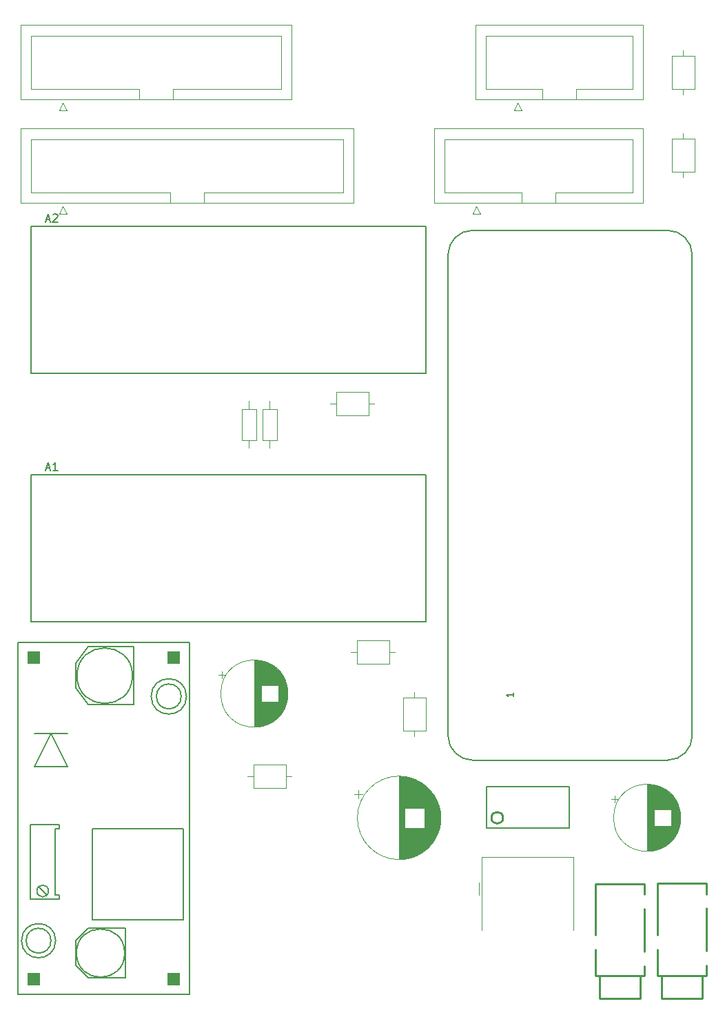
<source format=gbr>
%TF.GenerationSoftware,KiCad,Pcbnew,9.0.7*%
%TF.CreationDate,2026-02-23T13:49:48-08:00*%
%TF.ProjectId,phonev4,70686f6e-6576-4342-9e6b-696361645f70,rev?*%
%TF.SameCoordinates,Original*%
%TF.FileFunction,Legend,Top*%
%TF.FilePolarity,Positive*%
%FSLAX46Y46*%
G04 Gerber Fmt 4.6, Leading zero omitted, Abs format (unit mm)*
G04 Created by KiCad (PCBNEW 9.0.7) date 2026-02-23 13:49:48*
%MOMM*%
%LPD*%
G01*
G04 APERTURE LIST*
%ADD10C,0.150000*%
%ADD11C,0.203200*%
%ADD12C,0.254000*%
%ADD13C,0.120000*%
%ADD14C,0.127000*%
%ADD15R,1.524000X1.524000*%
G04 APERTURE END LIST*
D10*
X174674428Y-78643892D02*
X174674428Y-79101507D01*
X174674428Y-78872699D02*
X173873601Y-78872699D01*
X173873601Y-78872699D02*
X173988005Y-78948969D01*
X173988005Y-78948969D02*
X174064274Y-79025238D01*
X174064274Y-79025238D02*
X174102409Y-79101507D01*
X117285714Y-51079104D02*
X117761904Y-51079104D01*
X117190476Y-51364819D02*
X117523809Y-50364819D01*
X117523809Y-50364819D02*
X117857142Y-51364819D01*
X118714285Y-51364819D02*
X118142857Y-51364819D01*
X118428571Y-51364819D02*
X118428571Y-50364819D01*
X118428571Y-50364819D02*
X118333333Y-50507676D01*
X118333333Y-50507676D02*
X118238095Y-50602914D01*
X118238095Y-50602914D02*
X118142857Y-50650533D01*
X117285714Y-20599104D02*
X117761904Y-20599104D01*
X117190476Y-20884819D02*
X117523809Y-19884819D01*
X117523809Y-19884819D02*
X117857142Y-20884819D01*
X118142857Y-19980057D02*
X118190476Y-19932438D01*
X118190476Y-19932438D02*
X118285714Y-19884819D01*
X118285714Y-19884819D02*
X118523809Y-19884819D01*
X118523809Y-19884819D02*
X118619047Y-19932438D01*
X118619047Y-19932438D02*
X118666666Y-19980057D01*
X118666666Y-19980057D02*
X118714285Y-20075295D01*
X118714285Y-20075295D02*
X118714285Y-20170533D01*
X118714285Y-20170533D02*
X118666666Y-20313390D01*
X118666666Y-20313390D02*
X118095238Y-20884819D01*
X118095238Y-20884819D02*
X118714285Y-20884819D01*
D11*
%TO.C,U2*%
X171450000Y-90170000D02*
X171450000Y-94234000D01*
X171450000Y-90170000D02*
X181610000Y-90170000D01*
X171450000Y-94234000D02*
X171450000Y-93726000D01*
X171450000Y-95250000D02*
X171450000Y-94234000D01*
X171450000Y-95250000D02*
X181610000Y-95250000D01*
X181610000Y-90170000D02*
X181610000Y-95250000D01*
D12*
X173438400Y-93980000D02*
G75*
G02*
X172001600Y-93980000I-718400J0D01*
G01*
X172001600Y-93980000D02*
G75*
G02*
X173438400Y-93980000I718400J0D01*
G01*
D13*
%TO.C,J3*%
X118880000Y-19920000D02*
X119880000Y-19920000D01*
X119880000Y-19920000D02*
X119380000Y-18920000D01*
X119380000Y-18920000D02*
X118880000Y-19920000D01*
X114170000Y-18530000D02*
X114170000Y-9410000D01*
X132570000Y-18530000D02*
X132570000Y-17220000D01*
X155070000Y-18530000D02*
X114170000Y-18530000D01*
X115470000Y-17220000D02*
X115470000Y-10720000D01*
X132570000Y-17220000D02*
X115470000Y-17220000D01*
X136670000Y-17220000D02*
X136670000Y-18530000D01*
X136670000Y-17220000D02*
X136670000Y-17220000D01*
X153770000Y-17220000D02*
X136670000Y-17220000D01*
X115470000Y-10720000D02*
X153770000Y-10720000D01*
X153770000Y-10720000D02*
X153770000Y-17220000D01*
X114170000Y-9410000D02*
X155070000Y-9410000D01*
X155070000Y-9410000D02*
X155070000Y-18530000D01*
%TO.C,J1*%
X174760000Y-7220000D02*
X175760000Y-7220000D01*
X175760000Y-7220000D02*
X175260000Y-6220000D01*
X175260000Y-6220000D02*
X174760000Y-7220000D01*
X170050000Y-5830000D02*
X170050000Y3290000D01*
X178290000Y-5830000D02*
X178290000Y-4520000D01*
X190630000Y-5830000D02*
X170050000Y-5830000D01*
X171350000Y-4520000D02*
X171350000Y1980000D01*
X178290000Y-4520000D02*
X171350000Y-4520000D01*
X182390000Y-4520000D02*
X182390000Y-5830000D01*
X182390000Y-4520000D02*
X182390000Y-4520000D01*
X189330000Y-4520000D02*
X182390000Y-4520000D01*
X171350000Y1980000D02*
X189330000Y1980000D01*
X189330000Y1980000D02*
X189330000Y-4520000D01*
X170050000Y3290000D02*
X190630000Y3290000D01*
X190630000Y3290000D02*
X190630000Y-5830000D01*
%TO.C,C-raspi1*%
X162560000Y-83990000D02*
X162560000Y-83300000D01*
X161140000Y-83300000D02*
X163980000Y-83300000D01*
X163980000Y-83300000D02*
X163980000Y-79260000D01*
X161140000Y-79260000D02*
X161140000Y-83300000D01*
X163980000Y-79260000D02*
X161140000Y-79260000D01*
X162560000Y-78570000D02*
X162560000Y-79260000D01*
%TO.C,C-card1*%
X195580000Y-9990000D02*
X195580000Y-10680000D01*
X197000000Y-10680000D02*
X194160000Y-10680000D01*
X194160000Y-10680000D02*
X194160000Y-14720000D01*
X197000000Y-14720000D02*
X197000000Y-10680000D01*
X194160000Y-14720000D02*
X197000000Y-14720000D01*
X195580000Y-15410000D02*
X195580000Y-14720000D01*
%TO.C,C1*%
X186730302Y-91665000D02*
X187530302Y-91665000D01*
X187130302Y-91265000D02*
X187130302Y-92065000D01*
X191140000Y-89900000D02*
X191140000Y-98060000D01*
X191180000Y-89900000D02*
X191180000Y-98060000D01*
X191220000Y-89900000D02*
X191220000Y-98060000D01*
X191260000Y-89901000D02*
X191260000Y-98059000D01*
X191300000Y-89903000D02*
X191300000Y-98057000D01*
X191340000Y-89904000D02*
X191340000Y-98056000D01*
X191380000Y-89906000D02*
X191380000Y-98054000D01*
X191420000Y-89909000D02*
X191420000Y-98051000D01*
X191460000Y-89912000D02*
X191460000Y-98048000D01*
X191500000Y-89915000D02*
X191500000Y-98045000D01*
X191540000Y-89919000D02*
X191540000Y-98041000D01*
X191580000Y-89923000D02*
X191580000Y-98037000D01*
X191620000Y-89928000D02*
X191620000Y-98032000D01*
X191660000Y-89932000D02*
X191660000Y-98028000D01*
X191700000Y-89938000D02*
X191700000Y-98022000D01*
X191740000Y-89943000D02*
X191740000Y-98017000D01*
X191780000Y-89950000D02*
X191780000Y-98010000D01*
X191820000Y-89956000D02*
X191820000Y-98004000D01*
X191861000Y-89963000D02*
X191861000Y-97997000D01*
X191901000Y-89970000D02*
X191901000Y-97990000D01*
X191941000Y-89978000D02*
X191941000Y-97982000D01*
X191981000Y-89986000D02*
X191981000Y-97974000D01*
X192021000Y-89995000D02*
X192021000Y-92940000D01*
X192021000Y-95020000D02*
X192021000Y-97965000D01*
X192061000Y-90004000D02*
X192061000Y-92940000D01*
X192061000Y-95020000D02*
X192061000Y-97956000D01*
X192101000Y-90013000D02*
X192101000Y-92940000D01*
X192101000Y-95020000D02*
X192101000Y-97947000D01*
X192141000Y-90023000D02*
X192141000Y-92940000D01*
X192141000Y-95020000D02*
X192141000Y-97937000D01*
X192181000Y-90033000D02*
X192181000Y-92940000D01*
X192181000Y-95020000D02*
X192181000Y-97927000D01*
X192221000Y-90044000D02*
X192221000Y-92940000D01*
X192221000Y-95020000D02*
X192221000Y-97916000D01*
X192261000Y-90055000D02*
X192261000Y-92940000D01*
X192261000Y-95020000D02*
X192261000Y-97905000D01*
X192301000Y-90066000D02*
X192301000Y-92940000D01*
X192301000Y-95020000D02*
X192301000Y-97894000D01*
X192341000Y-90078000D02*
X192341000Y-92940000D01*
X192341000Y-95020000D02*
X192341000Y-97882000D01*
X192381000Y-90091000D02*
X192381000Y-92940000D01*
X192381000Y-95020000D02*
X192381000Y-97869000D01*
X192421000Y-90103000D02*
X192421000Y-92940000D01*
X192421000Y-95020000D02*
X192421000Y-97857000D01*
X192461000Y-90117000D02*
X192461000Y-92940000D01*
X192461000Y-95020000D02*
X192461000Y-97843000D01*
X192501000Y-90130000D02*
X192501000Y-92940000D01*
X192501000Y-95020000D02*
X192501000Y-97830000D01*
X192541000Y-90145000D02*
X192541000Y-92940000D01*
X192541000Y-95020000D02*
X192541000Y-97815000D01*
X192581000Y-90159000D02*
X192581000Y-92940000D01*
X192581000Y-95020000D02*
X192581000Y-97801000D01*
X192621000Y-90175000D02*
X192621000Y-92940000D01*
X192621000Y-95020000D02*
X192621000Y-97785000D01*
X192661000Y-90190000D02*
X192661000Y-92940000D01*
X192661000Y-95020000D02*
X192661000Y-97770000D01*
X192701000Y-90206000D02*
X192701000Y-92940000D01*
X192701000Y-95020000D02*
X192701000Y-97754000D01*
X192741000Y-90223000D02*
X192741000Y-92940000D01*
X192741000Y-95020000D02*
X192741000Y-97737000D01*
X192781000Y-90240000D02*
X192781000Y-92940000D01*
X192781000Y-95020000D02*
X192781000Y-97720000D01*
X192821000Y-90258000D02*
X192821000Y-92940000D01*
X192821000Y-95020000D02*
X192821000Y-97702000D01*
X192861000Y-90276000D02*
X192861000Y-92940000D01*
X192861000Y-95020000D02*
X192861000Y-97684000D01*
X192901000Y-90294000D02*
X192901000Y-92940000D01*
X192901000Y-95020000D02*
X192901000Y-97666000D01*
X192941000Y-90314000D02*
X192941000Y-92940000D01*
X192941000Y-95020000D02*
X192941000Y-97646000D01*
X192981000Y-90333000D02*
X192981000Y-92940000D01*
X192981000Y-95020000D02*
X192981000Y-97627000D01*
X193021000Y-90353000D02*
X193021000Y-92940000D01*
X193021000Y-95020000D02*
X193021000Y-97607000D01*
X193061000Y-90374000D02*
X193061000Y-92940000D01*
X193061000Y-95020000D02*
X193061000Y-97586000D01*
X193101000Y-90396000D02*
X193101000Y-92940000D01*
X193101000Y-95020000D02*
X193101000Y-97564000D01*
X193141000Y-90418000D02*
X193141000Y-92940000D01*
X193141000Y-95020000D02*
X193141000Y-97542000D01*
X193181000Y-90440000D02*
X193181000Y-92940000D01*
X193181000Y-95020000D02*
X193181000Y-97520000D01*
X193221000Y-90463000D02*
X193221000Y-92940000D01*
X193221000Y-95020000D02*
X193221000Y-97497000D01*
X193261000Y-90487000D02*
X193261000Y-92940000D01*
X193261000Y-95020000D02*
X193261000Y-97473000D01*
X193301000Y-90511000D02*
X193301000Y-92940000D01*
X193301000Y-95020000D02*
X193301000Y-97449000D01*
X193341000Y-90536000D02*
X193341000Y-92940000D01*
X193341000Y-95020000D02*
X193341000Y-97424000D01*
X193381000Y-90562000D02*
X193381000Y-92940000D01*
X193381000Y-95020000D02*
X193381000Y-97398000D01*
X193421000Y-90588000D02*
X193421000Y-92940000D01*
X193421000Y-95020000D02*
X193421000Y-97372000D01*
X193461000Y-90615000D02*
X193461000Y-92940000D01*
X193461000Y-95020000D02*
X193461000Y-97345000D01*
X193501000Y-90642000D02*
X193501000Y-92940000D01*
X193501000Y-95020000D02*
X193501000Y-97318000D01*
X193541000Y-90671000D02*
X193541000Y-92940000D01*
X193541000Y-95020000D02*
X193541000Y-97289000D01*
X193581000Y-90700000D02*
X193581000Y-92940000D01*
X193581000Y-95020000D02*
X193581000Y-97260000D01*
X193621000Y-90730000D02*
X193621000Y-92940000D01*
X193621000Y-95020000D02*
X193621000Y-97230000D01*
X193661000Y-90760000D02*
X193661000Y-92940000D01*
X193661000Y-95020000D02*
X193661000Y-97200000D01*
X193701000Y-90791000D02*
X193701000Y-92940000D01*
X193701000Y-95020000D02*
X193701000Y-97169000D01*
X193741000Y-90824000D02*
X193741000Y-92940000D01*
X193741000Y-95020000D02*
X193741000Y-97136000D01*
X193781000Y-90856000D02*
X193781000Y-92940000D01*
X193781000Y-95020000D02*
X193781000Y-97104000D01*
X193821000Y-90890000D02*
X193821000Y-92940000D01*
X193821000Y-95020000D02*
X193821000Y-97070000D01*
X193861000Y-90925000D02*
X193861000Y-92940000D01*
X193861000Y-95020000D02*
X193861000Y-97035000D01*
X193901000Y-90961000D02*
X193901000Y-92940000D01*
X193901000Y-95020000D02*
X193901000Y-96999000D01*
X193941000Y-90997000D02*
X193941000Y-92940000D01*
X193941000Y-95020000D02*
X193941000Y-96963000D01*
X193981000Y-91035000D02*
X193981000Y-92940000D01*
X193981000Y-95020000D02*
X193981000Y-96925000D01*
X194021000Y-91073000D02*
X194021000Y-92940000D01*
X194021000Y-95020000D02*
X194021000Y-96887000D01*
X194061000Y-91113000D02*
X194061000Y-92940000D01*
X194061000Y-95020000D02*
X194061000Y-96847000D01*
X194101000Y-91154000D02*
X194101000Y-96806000D01*
X194141000Y-91196000D02*
X194141000Y-96764000D01*
X194181000Y-91239000D02*
X194181000Y-96721000D01*
X194221000Y-91283000D02*
X194221000Y-96677000D01*
X194261000Y-91329000D02*
X194261000Y-96631000D01*
X194301000Y-91376000D02*
X194301000Y-96584000D01*
X194341000Y-91424000D02*
X194341000Y-96536000D01*
X194381000Y-91475000D02*
X194381000Y-96485000D01*
X194421000Y-91526000D02*
X194421000Y-96434000D01*
X194461000Y-91580000D02*
X194461000Y-96380000D01*
X194501000Y-91635000D02*
X194501000Y-96325000D01*
X194541000Y-91693000D02*
X194541000Y-96267000D01*
X194581000Y-91752000D02*
X194581000Y-96208000D01*
X194621000Y-91814000D02*
X194621000Y-96146000D01*
X194661000Y-91878000D02*
X194661000Y-96082000D01*
X194701000Y-91946000D02*
X194701000Y-96014000D01*
X194741000Y-92016000D02*
X194741000Y-95944000D01*
X194781000Y-92090000D02*
X194781000Y-95870000D01*
X194821000Y-92167000D02*
X194821000Y-95793000D01*
X194861000Y-92249000D02*
X194861000Y-95711000D01*
X194901000Y-92335000D02*
X194901000Y-95625000D01*
X194941000Y-92428000D02*
X194941000Y-95532000D01*
X194981000Y-92527000D02*
X194981000Y-95433000D01*
X195021000Y-92634000D02*
X195021000Y-95326000D01*
X195061000Y-92751000D02*
X195061000Y-95209000D01*
X195101000Y-92882000D02*
X195101000Y-95078000D01*
X195141000Y-93032000D02*
X195141000Y-94928000D01*
X195181000Y-93212000D02*
X195181000Y-94748000D01*
X195221000Y-93447000D02*
X195221000Y-94513000D01*
X195260000Y-93980000D02*
G75*
G02*
X187020000Y-93980000I-4120000J0D01*
G01*
X187020000Y-93980000D02*
G75*
G02*
X195260000Y-93980000I4120000J0D01*
G01*
%TO.C,C-arduino1*%
X157650000Y-43180000D02*
X156960000Y-43180000D01*
X156960000Y-44600000D02*
X156960000Y-41760000D01*
X156960000Y-41760000D02*
X152920000Y-41760000D01*
X152920000Y-44600000D02*
X156960000Y-44600000D01*
X152920000Y-41760000D02*
X152920000Y-44600000D01*
X152230000Y-43180000D02*
X152920000Y-43180000D01*
%TO.C,J2*%
X118880000Y-7220000D02*
X119880000Y-7220000D01*
X119880000Y-7220000D02*
X119380000Y-6220000D01*
X119380000Y-6220000D02*
X118880000Y-7220000D01*
X114170000Y-5830000D02*
X114170000Y3290000D01*
X128760000Y-5830000D02*
X128760000Y-4520000D01*
X147450000Y-5830000D02*
X114170000Y-5830000D01*
X115470000Y-4520000D02*
X115470000Y1980000D01*
X128760000Y-4520000D02*
X115470000Y-4520000D01*
X132860000Y-4520000D02*
X132860000Y-5830000D01*
X132860000Y-4520000D02*
X132860000Y-4520000D01*
X146150000Y-4520000D02*
X132860000Y-4520000D01*
X115470000Y1980000D02*
X146150000Y1980000D01*
X146150000Y1980000D02*
X146150000Y-4520000D01*
X114170000Y3290000D02*
X147450000Y3290000D01*
X147450000Y3290000D02*
X147450000Y-5830000D01*
%TO.C,C-coin1*%
X195580000Y-5250000D02*
X195580000Y-4560000D01*
X194160000Y-4560000D02*
X197000000Y-4560000D01*
X197000000Y-4560000D02*
X197000000Y-520000D01*
X194160000Y-520000D02*
X194160000Y-4560000D01*
X197000000Y-520000D02*
X194160000Y-520000D01*
X195580000Y170000D02*
X195580000Y-520000D01*
D12*
%TO.C,J5*%
X192940000Y-116120000D02*
X197940000Y-116120000D01*
X192440000Y-113320000D02*
X198440000Y-113320000D01*
X192440000Y-113320000D02*
X192440000Y-110094000D01*
X192940000Y-113320000D02*
X192940000Y-116120000D01*
X197940000Y-113320000D02*
X197940000Y-116120000D01*
X198440000Y-113320000D02*
X198440000Y-112094000D01*
X198440000Y-110346000D02*
X198440000Y-105094000D01*
X192440000Y-108346000D02*
X192430000Y-102020000D01*
X198440000Y-103346000D02*
X198450000Y-102070000D01*
X192430000Y-102020000D02*
X198430000Y-102020000D01*
D14*
%TO.C,A3*%
X169680000Y-86900000D02*
X193680000Y-86900000D01*
X196680000Y-83900000D02*
X196680000Y-24900000D01*
X196680000Y-50000000D02*
X196680000Y-41650000D01*
X196680000Y-37400000D02*
X196680000Y-29050000D01*
X166680000Y-24900000D02*
X166680000Y-83900000D01*
X193680000Y-21900000D02*
X169680000Y-21900000D01*
X169680000Y-86900000D02*
G75*
G02*
X166680000Y-83900000I1J3000001D01*
G01*
X196680000Y-83900000D02*
G75*
G02*
X193680000Y-86900000I-3000001J1D01*
G01*
X166680000Y-24900000D02*
G75*
G02*
X169680000Y-21900000I3000000J0D01*
G01*
X193680000Y-21900000D02*
G75*
G02*
X196680000Y-24900000I0J-3000000D01*
G01*
D13*
%TO.C,C3*%
X155180354Y-91105000D02*
X156180354Y-91105000D01*
X155680354Y-90605000D02*
X155680354Y-91605000D01*
X160660000Y-88900000D02*
X160660000Y-99060000D01*
X160700000Y-88900000D02*
X160700000Y-99060000D01*
X160740000Y-88900000D02*
X160740000Y-99060000D01*
X160780000Y-88901000D02*
X160780000Y-99059000D01*
X160820000Y-88902000D02*
X160820000Y-99058000D01*
X160860000Y-88903000D02*
X160860000Y-99057000D01*
X160900000Y-88905000D02*
X160900000Y-99055000D01*
X160940000Y-88907000D02*
X160940000Y-99053000D01*
X160980000Y-88910000D02*
X160980000Y-99050000D01*
X161020000Y-88912000D02*
X161020000Y-99048000D01*
X161060000Y-88915000D02*
X161060000Y-99045000D01*
X161100000Y-88918000D02*
X161100000Y-99042000D01*
X161140000Y-88922000D02*
X161140000Y-99038000D01*
X161180000Y-88926000D02*
X161180000Y-99034000D01*
X161220000Y-88930000D02*
X161220000Y-99030000D01*
X161260000Y-88935000D02*
X161260000Y-99025000D01*
X161300000Y-88940000D02*
X161300000Y-99020000D01*
X161340000Y-88945000D02*
X161340000Y-92739000D01*
X161340000Y-95221000D02*
X161340000Y-99015000D01*
X161381000Y-88950000D02*
X161381000Y-92739000D01*
X161381000Y-95221000D02*
X161381000Y-99010000D01*
X161421000Y-88956000D02*
X161421000Y-92739000D01*
X161421000Y-95221000D02*
X161421000Y-99004000D01*
X161461000Y-88962000D02*
X161461000Y-92739000D01*
X161461000Y-95221000D02*
X161461000Y-98998000D01*
X161501000Y-88969000D02*
X161501000Y-92739000D01*
X161501000Y-95221000D02*
X161501000Y-98991000D01*
X161541000Y-88976000D02*
X161541000Y-92739000D01*
X161541000Y-95221000D02*
X161541000Y-98984000D01*
X161581000Y-88983000D02*
X161581000Y-92739000D01*
X161581000Y-95221000D02*
X161581000Y-98977000D01*
X161621000Y-88990000D02*
X161621000Y-92739000D01*
X161621000Y-95221000D02*
X161621000Y-98970000D01*
X161661000Y-88998000D02*
X161661000Y-92739000D01*
X161661000Y-95221000D02*
X161661000Y-98962000D01*
X161701000Y-89006000D02*
X161701000Y-92739000D01*
X161701000Y-95221000D02*
X161701000Y-98954000D01*
X161741000Y-89015000D02*
X161741000Y-92739000D01*
X161741000Y-95221000D02*
X161741000Y-98945000D01*
X161781000Y-89024000D02*
X161781000Y-92739000D01*
X161781000Y-95221000D02*
X161781000Y-98936000D01*
X161821000Y-89033000D02*
X161821000Y-92739000D01*
X161821000Y-95221000D02*
X161821000Y-98927000D01*
X161861000Y-89042000D02*
X161861000Y-92739000D01*
X161861000Y-95221000D02*
X161861000Y-98918000D01*
X161901000Y-89052000D02*
X161901000Y-92739000D01*
X161901000Y-95221000D02*
X161901000Y-98908000D01*
X161941000Y-89062000D02*
X161941000Y-92739000D01*
X161941000Y-95221000D02*
X161941000Y-98898000D01*
X161981000Y-89073000D02*
X161981000Y-92739000D01*
X161981000Y-95221000D02*
X161981000Y-98887000D01*
X162021000Y-89083000D02*
X162021000Y-92739000D01*
X162021000Y-95221000D02*
X162021000Y-98877000D01*
X162061000Y-89095000D02*
X162061000Y-92739000D01*
X162061000Y-95221000D02*
X162061000Y-98865000D01*
X162101000Y-89106000D02*
X162101000Y-92739000D01*
X162101000Y-95221000D02*
X162101000Y-98854000D01*
X162141000Y-89118000D02*
X162141000Y-92739000D01*
X162141000Y-95221000D02*
X162141000Y-98842000D01*
X162181000Y-89130000D02*
X162181000Y-92739000D01*
X162181000Y-95221000D02*
X162181000Y-98830000D01*
X162221000Y-89143000D02*
X162221000Y-92739000D01*
X162221000Y-95221000D02*
X162221000Y-98817000D01*
X162261000Y-89156000D02*
X162261000Y-92739000D01*
X162261000Y-95221000D02*
X162261000Y-98804000D01*
X162301000Y-89169000D02*
X162301000Y-92739000D01*
X162301000Y-95221000D02*
X162301000Y-98791000D01*
X162341000Y-89183000D02*
X162341000Y-92739000D01*
X162341000Y-95221000D02*
X162341000Y-98777000D01*
X162381000Y-89197000D02*
X162381000Y-92739000D01*
X162381000Y-95221000D02*
X162381000Y-98763000D01*
X162421000Y-89212000D02*
X162421000Y-92739000D01*
X162421000Y-95221000D02*
X162421000Y-98748000D01*
X162461000Y-89226000D02*
X162461000Y-92739000D01*
X162461000Y-95221000D02*
X162461000Y-98734000D01*
X162501000Y-89242000D02*
X162501000Y-92739000D01*
X162501000Y-95221000D02*
X162501000Y-98718000D01*
X162541000Y-89257000D02*
X162541000Y-92739000D01*
X162541000Y-95221000D02*
X162541000Y-98703000D01*
X162581000Y-89273000D02*
X162581000Y-92739000D01*
X162581000Y-95221000D02*
X162581000Y-98687000D01*
X162621000Y-89290000D02*
X162621000Y-92739000D01*
X162621000Y-95221000D02*
X162621000Y-98670000D01*
X162661000Y-89306000D02*
X162661000Y-92739000D01*
X162661000Y-95221000D02*
X162661000Y-98654000D01*
X162701000Y-89323000D02*
X162701000Y-92739000D01*
X162701000Y-95221000D02*
X162701000Y-98637000D01*
X162741000Y-89341000D02*
X162741000Y-92739000D01*
X162741000Y-95221000D02*
X162741000Y-98619000D01*
X162781000Y-89359000D02*
X162781000Y-92739000D01*
X162781000Y-95221000D02*
X162781000Y-98601000D01*
X162821000Y-89377000D02*
X162821000Y-92739000D01*
X162821000Y-95221000D02*
X162821000Y-98583000D01*
X162861000Y-89396000D02*
X162861000Y-92739000D01*
X162861000Y-95221000D02*
X162861000Y-98564000D01*
X162901000Y-89416000D02*
X162901000Y-92739000D01*
X162901000Y-95221000D02*
X162901000Y-98544000D01*
X162941000Y-89435000D02*
X162941000Y-92739000D01*
X162941000Y-95221000D02*
X162941000Y-98525000D01*
X162981000Y-89455000D02*
X162981000Y-92739000D01*
X162981000Y-95221000D02*
X162981000Y-98505000D01*
X163021000Y-89476000D02*
X163021000Y-92739000D01*
X163021000Y-95221000D02*
X163021000Y-98484000D01*
X163061000Y-89497000D02*
X163061000Y-92739000D01*
X163061000Y-95221000D02*
X163061000Y-98463000D01*
X163101000Y-89518000D02*
X163101000Y-92739000D01*
X163101000Y-95221000D02*
X163101000Y-98442000D01*
X163141000Y-89540000D02*
X163141000Y-92739000D01*
X163141000Y-95221000D02*
X163141000Y-98420000D01*
X163181000Y-89563000D02*
X163181000Y-92739000D01*
X163181000Y-95221000D02*
X163181000Y-98397000D01*
X163221000Y-89585000D02*
X163221000Y-92739000D01*
X163221000Y-95221000D02*
X163221000Y-98375000D01*
X163261000Y-89609000D02*
X163261000Y-92739000D01*
X163261000Y-95221000D02*
X163261000Y-98351000D01*
X163301000Y-89633000D02*
X163301000Y-92739000D01*
X163301000Y-95221000D02*
X163301000Y-98327000D01*
X163341000Y-89657000D02*
X163341000Y-92739000D01*
X163341000Y-95221000D02*
X163341000Y-98303000D01*
X163381000Y-89682000D02*
X163381000Y-92739000D01*
X163381000Y-95221000D02*
X163381000Y-98278000D01*
X163421000Y-89707000D02*
X163421000Y-92739000D01*
X163421000Y-95221000D02*
X163421000Y-98253000D01*
X163461000Y-89733000D02*
X163461000Y-92739000D01*
X163461000Y-95221000D02*
X163461000Y-98227000D01*
X163501000Y-89759000D02*
X163501000Y-92739000D01*
X163501000Y-95221000D02*
X163501000Y-98201000D01*
X163541000Y-89786000D02*
X163541000Y-92739000D01*
X163541000Y-95221000D02*
X163541000Y-98174000D01*
X163581000Y-89814000D02*
X163581000Y-92739000D01*
X163581000Y-95221000D02*
X163581000Y-98146000D01*
X163621000Y-89842000D02*
X163621000Y-92739000D01*
X163621000Y-95221000D02*
X163621000Y-98118000D01*
X163661000Y-89870000D02*
X163661000Y-92739000D01*
X163661000Y-95221000D02*
X163661000Y-98090000D01*
X163701000Y-89900000D02*
X163701000Y-92739000D01*
X163701000Y-95221000D02*
X163701000Y-98060000D01*
X163741000Y-89930000D02*
X163741000Y-92739000D01*
X163741000Y-95221000D02*
X163741000Y-98030000D01*
X163781000Y-89960000D02*
X163781000Y-92739000D01*
X163781000Y-95221000D02*
X163781000Y-98000000D01*
X163821000Y-89991000D02*
X163821000Y-97969000D01*
X163861000Y-90023000D02*
X163861000Y-97937000D01*
X163901000Y-90055000D02*
X163901000Y-97905000D01*
X163941000Y-90088000D02*
X163941000Y-97872000D01*
X163981000Y-90122000D02*
X163981000Y-97838000D01*
X164021000Y-90156000D02*
X164021000Y-97804000D01*
X164061000Y-90191000D02*
X164061000Y-97769000D01*
X164101000Y-90227000D02*
X164101000Y-97733000D01*
X164141000Y-90264000D02*
X164141000Y-97696000D01*
X164181000Y-90301000D02*
X164181000Y-97659000D01*
X164221000Y-90340000D02*
X164221000Y-97620000D01*
X164261000Y-90379000D02*
X164261000Y-97581000D01*
X164301000Y-90419000D02*
X164301000Y-97541000D01*
X164341000Y-90460000D02*
X164341000Y-97500000D01*
X164381000Y-90502000D02*
X164381000Y-97458000D01*
X164421000Y-90544000D02*
X164421000Y-97416000D01*
X164461000Y-90588000D02*
X164461000Y-97372000D01*
X164501000Y-90633000D02*
X164501000Y-97327000D01*
X164541000Y-90679000D02*
X164541000Y-97281000D01*
X164581000Y-90726000D02*
X164581000Y-97234000D01*
X164621000Y-90774000D02*
X164621000Y-97186000D01*
X164661000Y-90824000D02*
X164661000Y-97136000D01*
X164701000Y-90874000D02*
X164701000Y-97086000D01*
X164741000Y-90926000D02*
X164741000Y-97034000D01*
X164781000Y-90980000D02*
X164781000Y-96980000D01*
X164821000Y-91035000D02*
X164821000Y-96925000D01*
X164861000Y-91091000D02*
X164861000Y-96869000D01*
X164901000Y-91150000D02*
X164901000Y-96810000D01*
X164941000Y-91210000D02*
X164941000Y-96750000D01*
X164981000Y-91271000D02*
X164981000Y-96689000D01*
X165021000Y-91335000D02*
X165021000Y-96625000D01*
X165061000Y-91401000D02*
X165061000Y-96559000D01*
X165101000Y-91470000D02*
X165101000Y-96490000D01*
X165141000Y-91541000D02*
X165141000Y-96419000D01*
X165181000Y-91615000D02*
X165181000Y-96345000D01*
X165221000Y-91691000D02*
X165221000Y-96269000D01*
X165261000Y-91771000D02*
X165261000Y-96189000D01*
X165301000Y-91855000D02*
X165301000Y-96105000D01*
X165341000Y-91943000D02*
X165341000Y-96017000D01*
X165381000Y-92036000D02*
X165381000Y-95924000D01*
X165421000Y-92134000D02*
X165421000Y-95826000D01*
X165461000Y-92238000D02*
X165461000Y-95722000D01*
X165501000Y-92350000D02*
X165501000Y-95610000D01*
X165541000Y-92470000D02*
X165541000Y-95490000D01*
X165581000Y-92602000D02*
X165581000Y-95358000D01*
X165621000Y-92750000D02*
X165621000Y-95210000D01*
X165661000Y-92918000D02*
X165661000Y-95042000D01*
X165701000Y-93118000D02*
X165701000Y-94842000D01*
X165741000Y-93381000D02*
X165741000Y-94579000D01*
X165780000Y-93980000D02*
G75*
G02*
X155540000Y-93980000I-5120000J0D01*
G01*
X155540000Y-93980000D02*
G75*
G02*
X165780000Y-93980000I5120000J0D01*
G01*
D10*
%TO.C,A1*%
X115460000Y-51926000D02*
X163940000Y-51926000D01*
X115460000Y-51960000D02*
X115460000Y-69960000D01*
X115460000Y-69960000D02*
X163940000Y-69960000D01*
X163940000Y-51960000D02*
X163940000Y-69960000D01*
D13*
%TO.C,J6*%
X169680000Y-19920000D02*
X170680000Y-19920000D01*
X170680000Y-19920000D02*
X170180000Y-18920000D01*
X170180000Y-18920000D02*
X169680000Y-19920000D01*
X164970000Y-18530000D02*
X164970000Y-9410000D01*
X175750000Y-18530000D02*
X175750000Y-17220000D01*
X190630000Y-18530000D02*
X164970000Y-18530000D01*
X166270000Y-17220000D02*
X166270000Y-10720000D01*
X175750000Y-17220000D02*
X166270000Y-17220000D01*
X179850000Y-17220000D02*
X179850000Y-18530000D01*
X179850000Y-17220000D02*
X179850000Y-17220000D01*
X189330000Y-17220000D02*
X179850000Y-17220000D01*
X166270000Y-10720000D02*
X189330000Y-10720000D01*
X189330000Y-10720000D02*
X189330000Y-17220000D01*
X164970000Y-9410000D02*
X190630000Y-9410000D01*
X190630000Y-9410000D02*
X190630000Y-18530000D01*
D10*
%TO.C,A2*%
X115460000Y-21446000D02*
X163940000Y-21446000D01*
X115460000Y-21480000D02*
X115460000Y-39480000D01*
X115460000Y-39480000D02*
X163940000Y-39480000D01*
X163940000Y-21480000D02*
X163940000Y-39480000D01*
D13*
%TO.C,R1*%
X144780000Y-42850000D02*
X144780000Y-43800000D01*
X145700000Y-43800000D02*
X143860000Y-43800000D01*
X143860000Y-43800000D02*
X143860000Y-47640000D01*
X145700000Y-47640000D02*
X145700000Y-43800000D01*
X143860000Y-47640000D02*
X145700000Y-47640000D01*
X144780000Y-48590000D02*
X144780000Y-47640000D01*
%TO.C,C4*%
X142070000Y-88900000D02*
X142760000Y-88900000D01*
X142760000Y-87480000D02*
X142760000Y-90320000D01*
X142760000Y-90320000D02*
X146800000Y-90320000D01*
X146800000Y-87480000D02*
X142760000Y-87480000D01*
X146800000Y-90320000D02*
X146800000Y-87480000D01*
X147490000Y-88900000D02*
X146800000Y-88900000D01*
%TO.C,J4*%
X170500000Y-103445000D02*
X170500000Y-101915000D01*
X170790000Y-98820000D02*
X182110000Y-98820000D01*
X170790000Y-107730000D02*
X170790000Y-98820000D01*
X182110000Y-98820000D02*
X182110000Y-107730000D01*
%TO.C,R2*%
X142240000Y-42850000D02*
X142240000Y-43800000D01*
X143160000Y-43800000D02*
X141320000Y-43800000D01*
X141320000Y-43800000D02*
X141320000Y-47640000D01*
X143160000Y-47640000D02*
X143160000Y-43800000D01*
X141320000Y-47640000D02*
X143160000Y-47640000D01*
X142240000Y-48590000D02*
X142240000Y-47640000D01*
D12*
%TO.C,J7*%
X185320000Y-116160000D02*
X190320000Y-116160000D01*
X184820000Y-113360000D02*
X190820000Y-113360000D01*
X184820000Y-113360000D02*
X184820000Y-110134000D01*
X185320000Y-113360000D02*
X185320000Y-116160000D01*
X190320000Y-113360000D02*
X190320000Y-116160000D01*
X190820000Y-113360000D02*
X190820000Y-112134000D01*
X190820000Y-110386000D02*
X190820000Y-105134000D01*
X184820000Y-108386000D02*
X184810000Y-102060000D01*
X190820000Y-103386000D02*
X190830000Y-102110000D01*
X184810000Y-102060000D02*
X190810000Y-102060000D01*
D13*
%TO.C,C-arduino-display1*%
X160190000Y-73660000D02*
X159500000Y-73660000D01*
X159500000Y-75080000D02*
X159500000Y-72240000D01*
X159500000Y-72240000D02*
X155460000Y-72240000D01*
X155460000Y-75080000D02*
X159500000Y-75080000D01*
X155460000Y-72240000D02*
X155460000Y-75080000D01*
X154770000Y-73660000D02*
X155460000Y-73660000D01*
D10*
%TO.C,U1*%
X113831500Y-115657500D02*
X113831500Y-72477500D01*
X134913500Y-115657500D02*
X113831500Y-115657500D01*
X122467500Y-113625500D02*
X127039500Y-113625500D01*
X127039500Y-113625500D02*
X127039500Y-107529500D01*
X120943500Y-112101500D02*
X122467500Y-113625500D01*
X120943500Y-109053500D02*
X120943500Y-112101500D01*
X122467500Y-107529500D02*
X120943500Y-109053500D01*
X127039500Y-107529500D02*
X122467500Y-107529500D01*
X122975500Y-106513500D02*
X122975500Y-95337500D01*
X134151500Y-106513500D02*
X122975500Y-106513500D01*
X134151500Y-105497500D02*
X134151500Y-106513500D01*
X115355500Y-103973500D02*
X118911500Y-103973500D01*
X118911500Y-103973500D02*
X118911500Y-103465500D01*
X117387500Y-103465500D02*
X116371500Y-102449500D01*
X118403500Y-103465500D02*
X118403500Y-95337500D01*
X118911500Y-103465500D02*
X118403500Y-103465500D01*
X134151500Y-103465500D02*
X134151500Y-105497500D01*
X118403500Y-95337500D02*
X118911500Y-95337500D01*
X118911500Y-95337500D02*
X118911500Y-94829500D01*
X122975500Y-95337500D02*
X124499500Y-95337500D01*
X123991500Y-95337500D02*
X134151500Y-95337500D01*
X134151500Y-95337500D02*
X134151500Y-103465500D01*
X115355500Y-94829500D02*
X115355500Y-103973500D01*
X118911500Y-94829500D02*
X115355500Y-94829500D01*
X115863500Y-87717500D02*
X119927500Y-87717500D01*
X119927500Y-87717500D02*
X117895500Y-83653500D01*
X115863500Y-83653500D02*
X119927500Y-83653500D01*
X117895500Y-83653500D02*
X115863500Y-87717500D01*
X122467500Y-80097500D02*
X120943500Y-78065500D01*
X128055500Y-80097500D02*
X122467500Y-80097500D01*
X120943500Y-78065500D02*
X120943500Y-75017500D01*
X120943500Y-75017500D02*
X122467500Y-72985500D01*
X122467500Y-72985500D02*
X128055500Y-72985500D01*
X128055500Y-72985500D02*
X128055500Y-80097500D01*
X134913500Y-72477500D02*
X134913500Y-115657500D01*
X134913500Y-72477500D02*
X113831500Y-72477500D01*
X126953624Y-110577500D02*
G75*
G02*
X121029376Y-110577500I-2962124J0D01*
G01*
X121029376Y-110577500D02*
G75*
G02*
X126953624Y-110577500I2962124J0D01*
G01*
X118466038Y-109053500D02*
G75*
G02*
X114276962Y-109053500I-2094538J0D01*
G01*
X114276962Y-109053500D02*
G75*
G02*
X118466038Y-109053500I2094538J0D01*
G01*
X117895500Y-109053500D02*
G75*
G02*
X114847500Y-109053500I-1524000J0D01*
G01*
X114847500Y-109053500D02*
G75*
G02*
X117895500Y-109053500I1524000J0D01*
G01*
X117597920Y-102957500D02*
G75*
G02*
X116161080Y-102957500I-718420J0D01*
G01*
X116161080Y-102957500D02*
G75*
G02*
X117597920Y-102957500I718420J0D01*
G01*
X133897500Y-79081500D02*
G75*
G02*
X130849500Y-79081500I-1524000J0D01*
G01*
X130849500Y-79081500D02*
G75*
G02*
X133897500Y-79081500I1524000J0D01*
G01*
X134543677Y-79081500D02*
G75*
G02*
X130203323Y-79081500I-2170177J0D01*
G01*
X130203323Y-79081500D02*
G75*
G02*
X134543677Y-79081500I2170177J0D01*
G01*
X127907268Y-76541500D02*
G75*
G02*
X121091732Y-76541500I-3407768J0D01*
G01*
X121091732Y-76541500D02*
G75*
G02*
X127907268Y-76541500I3407768J0D01*
G01*
D13*
%TO.C,C2*%
X138470302Y-76425000D02*
X139270302Y-76425000D01*
X138870302Y-76025000D02*
X138870302Y-76825000D01*
X142880000Y-74660000D02*
X142880000Y-82820000D01*
X142920000Y-74660000D02*
X142920000Y-82820000D01*
X142960000Y-74660000D02*
X142960000Y-82820000D01*
X143000000Y-74661000D02*
X143000000Y-82819000D01*
X143040000Y-74663000D02*
X143040000Y-82817000D01*
X143080000Y-74664000D02*
X143080000Y-82816000D01*
X143120000Y-74666000D02*
X143120000Y-82814000D01*
X143160000Y-74669000D02*
X143160000Y-82811000D01*
X143200000Y-74672000D02*
X143200000Y-82808000D01*
X143240000Y-74675000D02*
X143240000Y-82805000D01*
X143280000Y-74679000D02*
X143280000Y-82801000D01*
X143320000Y-74683000D02*
X143320000Y-82797000D01*
X143360000Y-74688000D02*
X143360000Y-82792000D01*
X143400000Y-74692000D02*
X143400000Y-82788000D01*
X143440000Y-74698000D02*
X143440000Y-82782000D01*
X143480000Y-74703000D02*
X143480000Y-82777000D01*
X143520000Y-74710000D02*
X143520000Y-82770000D01*
X143560000Y-74716000D02*
X143560000Y-82764000D01*
X143601000Y-74723000D02*
X143601000Y-82757000D01*
X143641000Y-74730000D02*
X143641000Y-82750000D01*
X143681000Y-74738000D02*
X143681000Y-82742000D01*
X143721000Y-74746000D02*
X143721000Y-82734000D01*
X143761000Y-74755000D02*
X143761000Y-77700000D01*
X143761000Y-79780000D02*
X143761000Y-82725000D01*
X143801000Y-74764000D02*
X143801000Y-77700000D01*
X143801000Y-79780000D02*
X143801000Y-82716000D01*
X143841000Y-74773000D02*
X143841000Y-77700000D01*
X143841000Y-79780000D02*
X143841000Y-82707000D01*
X143881000Y-74783000D02*
X143881000Y-77700000D01*
X143881000Y-79780000D02*
X143881000Y-82697000D01*
X143921000Y-74793000D02*
X143921000Y-77700000D01*
X143921000Y-79780000D02*
X143921000Y-82687000D01*
X143961000Y-74804000D02*
X143961000Y-77700000D01*
X143961000Y-79780000D02*
X143961000Y-82676000D01*
X144001000Y-74815000D02*
X144001000Y-77700000D01*
X144001000Y-79780000D02*
X144001000Y-82665000D01*
X144041000Y-74826000D02*
X144041000Y-77700000D01*
X144041000Y-79780000D02*
X144041000Y-82654000D01*
X144081000Y-74838000D02*
X144081000Y-77700000D01*
X144081000Y-79780000D02*
X144081000Y-82642000D01*
X144121000Y-74851000D02*
X144121000Y-77700000D01*
X144121000Y-79780000D02*
X144121000Y-82629000D01*
X144161000Y-74863000D02*
X144161000Y-77700000D01*
X144161000Y-79780000D02*
X144161000Y-82617000D01*
X144201000Y-74877000D02*
X144201000Y-77700000D01*
X144201000Y-79780000D02*
X144201000Y-82603000D01*
X144241000Y-74890000D02*
X144241000Y-77700000D01*
X144241000Y-79780000D02*
X144241000Y-82590000D01*
X144281000Y-74905000D02*
X144281000Y-77700000D01*
X144281000Y-79780000D02*
X144281000Y-82575000D01*
X144321000Y-74919000D02*
X144321000Y-77700000D01*
X144321000Y-79780000D02*
X144321000Y-82561000D01*
X144361000Y-74935000D02*
X144361000Y-77700000D01*
X144361000Y-79780000D02*
X144361000Y-82545000D01*
X144401000Y-74950000D02*
X144401000Y-77700000D01*
X144401000Y-79780000D02*
X144401000Y-82530000D01*
X144441000Y-74966000D02*
X144441000Y-77700000D01*
X144441000Y-79780000D02*
X144441000Y-82514000D01*
X144481000Y-74983000D02*
X144481000Y-77700000D01*
X144481000Y-79780000D02*
X144481000Y-82497000D01*
X144521000Y-75000000D02*
X144521000Y-77700000D01*
X144521000Y-79780000D02*
X144521000Y-82480000D01*
X144561000Y-75018000D02*
X144561000Y-77700000D01*
X144561000Y-79780000D02*
X144561000Y-82462000D01*
X144601000Y-75036000D02*
X144601000Y-77700000D01*
X144601000Y-79780000D02*
X144601000Y-82444000D01*
X144641000Y-75054000D02*
X144641000Y-77700000D01*
X144641000Y-79780000D02*
X144641000Y-82426000D01*
X144681000Y-75074000D02*
X144681000Y-77700000D01*
X144681000Y-79780000D02*
X144681000Y-82406000D01*
X144721000Y-75093000D02*
X144721000Y-77700000D01*
X144721000Y-79780000D02*
X144721000Y-82387000D01*
X144761000Y-75113000D02*
X144761000Y-77700000D01*
X144761000Y-79780000D02*
X144761000Y-82367000D01*
X144801000Y-75134000D02*
X144801000Y-77700000D01*
X144801000Y-79780000D02*
X144801000Y-82346000D01*
X144841000Y-75156000D02*
X144841000Y-77700000D01*
X144841000Y-79780000D02*
X144841000Y-82324000D01*
X144881000Y-75178000D02*
X144881000Y-77700000D01*
X144881000Y-79780000D02*
X144881000Y-82302000D01*
X144921000Y-75200000D02*
X144921000Y-77700000D01*
X144921000Y-79780000D02*
X144921000Y-82280000D01*
X144961000Y-75223000D02*
X144961000Y-77700000D01*
X144961000Y-79780000D02*
X144961000Y-82257000D01*
X145001000Y-75247000D02*
X145001000Y-77700000D01*
X145001000Y-79780000D02*
X145001000Y-82233000D01*
X145041000Y-75271000D02*
X145041000Y-77700000D01*
X145041000Y-79780000D02*
X145041000Y-82209000D01*
X145081000Y-75296000D02*
X145081000Y-77700000D01*
X145081000Y-79780000D02*
X145081000Y-82184000D01*
X145121000Y-75322000D02*
X145121000Y-77700000D01*
X145121000Y-79780000D02*
X145121000Y-82158000D01*
X145161000Y-75348000D02*
X145161000Y-77700000D01*
X145161000Y-79780000D02*
X145161000Y-82132000D01*
X145201000Y-75375000D02*
X145201000Y-77700000D01*
X145201000Y-79780000D02*
X145201000Y-82105000D01*
X145241000Y-75402000D02*
X145241000Y-77700000D01*
X145241000Y-79780000D02*
X145241000Y-82078000D01*
X145281000Y-75431000D02*
X145281000Y-77700000D01*
X145281000Y-79780000D02*
X145281000Y-82049000D01*
X145321000Y-75460000D02*
X145321000Y-77700000D01*
X145321000Y-79780000D02*
X145321000Y-82020000D01*
X145361000Y-75490000D02*
X145361000Y-77700000D01*
X145361000Y-79780000D02*
X145361000Y-81990000D01*
X145401000Y-75520000D02*
X145401000Y-77700000D01*
X145401000Y-79780000D02*
X145401000Y-81960000D01*
X145441000Y-75551000D02*
X145441000Y-77700000D01*
X145441000Y-79780000D02*
X145441000Y-81929000D01*
X145481000Y-75584000D02*
X145481000Y-77700000D01*
X145481000Y-79780000D02*
X145481000Y-81896000D01*
X145521000Y-75616000D02*
X145521000Y-77700000D01*
X145521000Y-79780000D02*
X145521000Y-81864000D01*
X145561000Y-75650000D02*
X145561000Y-77700000D01*
X145561000Y-79780000D02*
X145561000Y-81830000D01*
X145601000Y-75685000D02*
X145601000Y-77700000D01*
X145601000Y-79780000D02*
X145601000Y-81795000D01*
X145641000Y-75721000D02*
X145641000Y-77700000D01*
X145641000Y-79780000D02*
X145641000Y-81759000D01*
X145681000Y-75757000D02*
X145681000Y-77700000D01*
X145681000Y-79780000D02*
X145681000Y-81723000D01*
X145721000Y-75795000D02*
X145721000Y-77700000D01*
X145721000Y-79780000D02*
X145721000Y-81685000D01*
X145761000Y-75833000D02*
X145761000Y-77700000D01*
X145761000Y-79780000D02*
X145761000Y-81647000D01*
X145801000Y-75873000D02*
X145801000Y-77700000D01*
X145801000Y-79780000D02*
X145801000Y-81607000D01*
X145841000Y-75914000D02*
X145841000Y-81566000D01*
X145881000Y-75956000D02*
X145881000Y-81524000D01*
X145921000Y-75999000D02*
X145921000Y-81481000D01*
X145961000Y-76043000D02*
X145961000Y-81437000D01*
X146001000Y-76089000D02*
X146001000Y-81391000D01*
X146041000Y-76136000D02*
X146041000Y-81344000D01*
X146081000Y-76184000D02*
X146081000Y-81296000D01*
X146121000Y-76235000D02*
X146121000Y-81245000D01*
X146161000Y-76286000D02*
X146161000Y-81194000D01*
X146201000Y-76340000D02*
X146201000Y-81140000D01*
X146241000Y-76395000D02*
X146241000Y-81085000D01*
X146281000Y-76453000D02*
X146281000Y-81027000D01*
X146321000Y-76512000D02*
X146321000Y-80968000D01*
X146361000Y-76574000D02*
X146361000Y-80906000D01*
X146401000Y-76638000D02*
X146401000Y-80842000D01*
X146441000Y-76706000D02*
X146441000Y-80774000D01*
X146481000Y-76776000D02*
X146481000Y-80704000D01*
X146521000Y-76850000D02*
X146521000Y-80630000D01*
X146561000Y-76927000D02*
X146561000Y-80553000D01*
X146601000Y-77009000D02*
X146601000Y-80471000D01*
X146641000Y-77095000D02*
X146641000Y-80385000D01*
X146681000Y-77188000D02*
X146681000Y-80292000D01*
X146721000Y-77287000D02*
X146721000Y-80193000D01*
X146761000Y-77394000D02*
X146761000Y-80086000D01*
X146801000Y-77511000D02*
X146801000Y-79969000D01*
X146841000Y-77642000D02*
X146841000Y-79838000D01*
X146881000Y-77792000D02*
X146881000Y-79688000D01*
X146921000Y-77972000D02*
X146921000Y-79508000D01*
X146961000Y-78207000D02*
X146961000Y-79273000D01*
X147000000Y-78740000D02*
G75*
G02*
X138760000Y-78740000I-4120000J0D01*
G01*
X138760000Y-78740000D02*
G75*
G02*
X147000000Y-78740000I4120000J0D01*
G01*
%TD*%
D15*
%TO.C,U1*%
X115761900Y-113803300D03*
X132932300Y-113803300D03*
X132932300Y-74331700D03*
X115787300Y-74331700D03*
%TD*%
M02*

</source>
